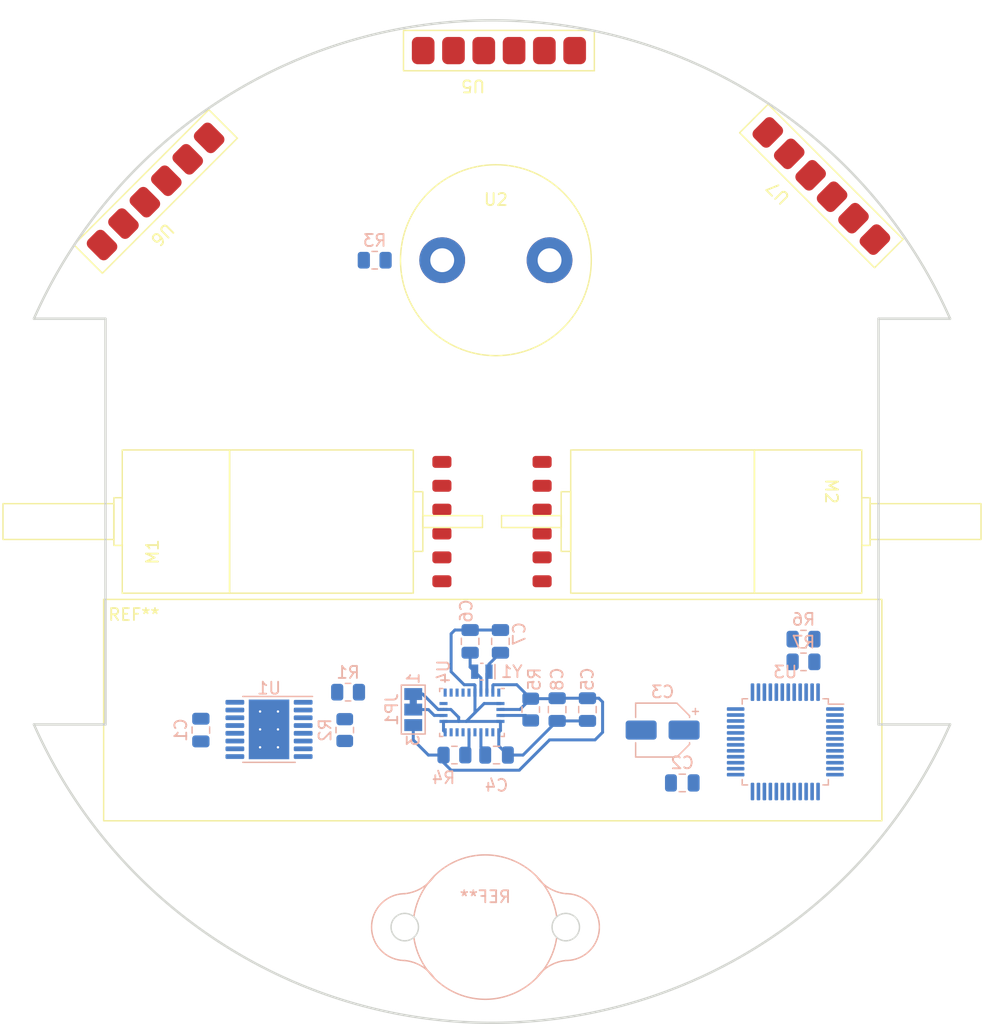
<source format=kicad_pcb>
(kicad_pcb (version 20221018) (generator pcbnew)
  (layers (0 "F.Cu" signal) (31 "B.Cu" signal) (34 "B.Paste" user) (35 "F.Paste" user) (36 "B.SilkS" user "B.Silkscreen") (37 "F.SilkS" user "F.Silkscreen") (38 "B.Mask" user) (39 "F.Mask" user) (44 "Edge.Cuts" user))
  (net 0 "")
  (net 1 "GND")
  (net 2 "M1_B")
  (net 3 "+5V")
  (net 4 "M1_A")
  (net 5 "Net-(M1-M2)")
  (net 6 "Net-(M1-M1)")
  (net 7 "M2_B")
  (net 8 "M2_A")
  (net 9 "Net-(M2-M2)")
  (net 10 "Net-(M2-M1)")
  (net 12 "Net-(U1-AISEN)")
  (net 13 "Net-(U1-BISEN)")
  (net 15 "Net-(U1-BIN1)")
  (net 16 "Net-(U1-BIN2)")
  (net 17 "Net-(U1-VCP)")
  (net 18 "Net-(U1-AIN2)")
  (net 19 "Net-(U1-AIN1)")
  (net 20 "Net-(U2-SIG)")
  (net 21 "Net-(JP1-C)")
  (net 22 "+3.3V")
  (net 25 "BNO_INT")
  (net 28 "VL_EN1")
  (net 29 "VL_EN2")
  (net 30 "VL_EN3")
  (net 54 "SDA")
  (net 55 "SCL")
  (net 56 "Net-(U3-PA4)")
  (net 58 "Net-(U4-~{BOOT_LOAD_PIN})")
  (net 61 "Net-(U4-CAP)")
  (net 63 "Net-(U4-~{RESET})")
  (net 70 "Net-(U4-XOUT32)")
  (net 71 "Net-(U4-XIN32)")
  (footprint "pololu:ULTRASOUND_T_R" (layer "F.Cu") (at 60.325 38.1)
    (fp_text reference "U2" (at 0 -5.08 unlocked) (layer "F.SilkS"))
    (fp_text value "ULTRASOUND_T_R")
    (fp_circle (center 0 0) (end 8 0) (stroke (width 0.12)) (fill none) (layer "F.SilkS"))
    (pad "1" thru_hole circle (at 4.5 0) (size 3.84 3.84) (drill 2) (layers "*.Cu" "*.Mask") (net 1 "GND"))
    (pad "2" thru_hole circle (at -4.5 0) (size 3.84 3.84) (drill 2) (layers "*.Cu" "*.Mask") (net 20 "Net-(U2-SIG)"))
  )
  (footprint "pololu:VL53L0X" (layer "F.Cu") (at 68.58 22.225 180)
    (fp_text reference "U5" (at 10.16 -1.27 180 unlocked) (layer "F.SilkS"))
    (fp_text value "~")
    (fp_rect (start 0 0) (end 16 3.38) (stroke (width 0.12)) (fill none) (layer "F.SilkS"))
    (pad "1" smd roundrect (at 1.65 1.69 270) (size 2.286 1.9) (layers "F.Cu" "F.Paste" "F.Mask") (net 22 "+3.3V"))
    (pad "2" smd roundrect (at 4.19 1.69 270) (size 2.286 1.9) (layers "F.Cu" "F.Paste" "F.Mask") (net 1 "GND"))
    (pad "3" smd roundrect (at 6.73 1.69 270) (size 2.286 1.9) (layers "F.Cu" "F.Paste" "F.Mask") (net 55 "SCL"))
    (pad "4" smd roundrect (at 9.27 1.69 270) (size 2.286 1.9) (layers "F.Cu" "F.Paste" "F.Mask") (net 54 "SDA"))
    (pad "5" smd roundrect (at 11.81 1.69 270) (size 2.286 1.9) (layers "F.Cu" "F.Paste" "F.Mask"))
    (pad "6" smd roundrect (at 14.35 1.69 270) (size 2.286 1.9) (layers "F.Cu" "F.Paste" "F.Mask") (net 28 "VL_EN1"))
  )
  (footprint "pololu:N20_EXTENDED_SHAFT" (layer "F.Cu") (at 19 60 90)
    (fp_text reference "M1" (at -2.54 12.54 90 unlocked) (layer "F.SilkS"))
    (fp_text value "N20_MOTOR_EXTENDED_SHAFT")
    (fp_rect (start -6 10) (end 6 19) (stroke (width 0.12)) (fill none) (layer "F.SilkS"))
    (fp_rect (start -6 19) (end 6 34.4) (stroke (width 0.12)) (fill none) (layer "F.SilkS"))
    (fp_rect (start -2.5 34.4) (end 2.5 35.2) (stroke (width 0.12)) (fill none) (layer "F.SilkS"))
    (fp_rect (start -2 10) (end 2 9.3) (stroke (width 0.12)) (fill none) (layer "F.SilkS"))
    (fp_rect (start -1.5 9.3) (end 1.5 0) (stroke (width 0.12)) (fill none) (layer "F.SilkS"))
    (fp_rect (start -0.5 35.2) (end 0.5 40.2) (stroke (width 0.12)) (fill none) (layer "F.SilkS"))
    (pad "1" smd roundrect (at -5 36.8 90) (size 1 1.6) (layers "F.Cu" "F.Paste" "F.Mask") (net 1 "GND"))
    (pad "2" smd roundrect (at -3 36.8 90) (size 1 1.6) (layers "F.Cu" "F.Paste" "F.Mask") (net 2 "M1_B"))
    (pad "3" smd roundrect (at -1 36.8 90) (size 1 1.6) (layers "F.Cu" "F.Paste" "F.Mask") (net 4 "M1_A"))
    (pad "4" smd roundrect (at 1 36.8 90) (size 1 1.6) (layers "F.Cu" "F.Paste" "F.Mask") (net 22 "+3.3V"))
    (pad "5" smd roundrect (at 3 36.8 90) (size 1 1.6) (layers "F.Cu" "F.Paste" "F.Mask") (net 5 "Net-(M1-M2)"))
    (pad "6" smd roundrect (at 5 36.8 90) (size 1 1.6) (layers "F.Cu" "F.Paste" "F.Mask") (net 6 "Net-(M1-M1)"))
  )
  (footprint "pololu:SAMSUNG_18650" (layer "F.Cu") (at 27.439679 66.522647)
    (fp_text reference "REF**" (at 2.54 1.27 unlocked) (layer "F.SilkS"))
    (fp_text value "SAMSUNG_18650")
    (fp_rect (start 0 0) (end 65.25 18.55) (stroke (width 0.12)) (fill none) (layer "F.SilkS"))
  )
  (footprint "pololu:VL53L0X" (layer "F.Cu") (at 92.075 38.735 135)
    (fp_text reference "U7" (at 10.16 -1.27 135 unlocked) (layer "F.SilkS"))
    (fp_text value "~")
    (fp_rect (start 0 0) (end 16 3.38) (stroke (width 0.12)) (fill none) (layer "F.SilkS"))
    (pad "1" smd roundrect (at 1.65 1.69 225) (size 2.286 1.9) (layers "F.Cu" "F.Paste" "F.Mask") (net 22 "+3.3V"))
    (pad "2" smd roundrect (at 4.19 1.69 225) (size 2.286 1.9) (layers "F.Cu" "F.Paste" "F.Mask") (net 1 "GND"))
    (pad "3" smd roundrect (at 6.73 1.69 225) (size 2.286 1.9) (layers "F.Cu" "F.Paste" "F.Mask") (net 55 "SCL"))
    (pad "4" smd roundrect (at 9.27 1.69 225) (size 2.286 1.9) (layers "F.Cu" "F.Paste" "F.Mask") (net 54 "SDA"))
    (pad "5" smd roundrect (at 11.81 1.69 225) (size 2.286 1.9) (layers "F.Cu" "F.Paste" "F.Mask"))
    (pad "6" smd roundrect (at 14.35 1.69 225) (size 2.286 1.9) (layers "F.Cu" "F.Paste" "F.Mask") (net 30 "VL_EN3"))
  )
  (footprint "pololu:N20_EXTENDED_SHAFT" (layer "F.Cu") (at 101 60 -90)
    (fp_text reference "M2" (at -2.54 12.54 -90 unlocked) (layer "F.SilkS"))
    (fp_text value "N20_MOTOR_EXTENDED_SHAFT")
    (fp_rect (start -6 10) (end 6 19) (stroke (width 0.12)) (fill none) (layer "F.SilkS"))
    (fp_rect (start -6 19) (end 6 34.4) (stroke (width 0.12)) (fill none) (layer "F.SilkS"))
    (fp_rect (start -2.5 34.4) (end 2.5 35.2) (stroke (width 0.12)) (fill none) (layer "F.SilkS"))
    (fp_rect (start -2 10) (end 2 9.3) (stroke (width 0.12)) (fill none) (layer "F.SilkS"))
    (fp_rect (start -1.5 9.3) (end 1.5 0) (stroke (width 0.12)) (fill none) (layer "F.SilkS"))
    (fp_rect (start -0.5 35.2) (end 0.5 40.2) (stroke (width 0.12)) (fill none) (layer "F.SilkS"))
    (pad "1" smd roundrect (at -5 36.8 270) (size 1 1.6) (layers "F.Cu" "F.Paste" "F.Mask") (net 1 "GND"))
    (pad "2" smd roundrect (at -3 36.8 270) (size 1 1.6) (layers "F.Cu" "F.Paste" "F.Mask") (net 7 "M2_B"))
    (pad "3" smd roundrect (at -1 36.8 270) (size 1 1.6) (layers "F.Cu" "F.Paste" "F.Mask") (net 8 "M2_A"))
    (pad "4" smd roundrect (at 1 36.8 270) (size 1 1.6) (layers "F.Cu" "F.Paste" "F.Mask") (net 22 "+3.3V"))
    (pad "5" smd roundrect (at 3 36.8 270) (size 1 1.6) (layers "F.Cu" "F.Paste" "F.Mask") (net 9 "Net-(M2-M2)"))
    (pad "6" smd roundrect (at 5 36.8 270) (size 1 1.6) (layers "F.Cu" "F.Paste" "F.Mask") (net 10 "Net-(M2-M1)"))
  )
  (footprint "pololu:VL53L0X" (layer "F.Cu") (at 38.646993 27.878028 -135)
    (fp_text reference "U6" (at 10.16 -1.27 -135 unlocked) (layer "F.SilkS"))
    (fp_text value "~")
    (fp_rect (start 0 0) (end 16 3.38) (stroke (width 0.12)) (fill none) (layer "F.SilkS"))
    (pad "1" smd roundrect (at 1.65 1.69 315) (size 2.286 1.9) (layers "F.Cu" "F.Paste" "F.Mask") (net 22 "+3.3V"))
    (pad "2" smd roundrect (at 4.19 1.69 315) (size 2.286 1.9) (layers "F.Cu" "F.Paste" "F.Mask") (net 1 "GND"))
    (pad "3" smd roundrect (at 6.73 1.69 315) (size 2.286 1.9) (layers "F.Cu" "F.Paste" "F.Mask") (net 55 "SCL"))
    (pad "4" smd roundrect (at 9.27 1.69 315) (size 2.286 1.9) (layers "F.Cu" "F.Paste" "F.Mask") (net 54 "SDA"))
    (pad "5" smd roundrect (at 11.81 1.69 315) (size 2.286 1.9) (layers "F.Cu" "F.Paste" "F.Mask"))
    (pad "6" smd roundrect (at 14.35 1.69 315) (size 2.286 1.9) (layers "F.Cu" "F.Paste" "F.Mask") (net 29 "VL_EN2"))
  )
  (footprint "Capacitor_SMD:C_0805_2012Metric" (layer "B.Cu") (at 60.706 70.038 90)
    (fp_text reference "C7" (at 0.635 1.580154 90) (layer "B.SilkS") (effects (justify mirror)))
    (fp_text value "22pF")
    (fp_line (start -0.261252 -0.735) (end 0.261252 -0.735) (stroke (width 0.12)) (layer "B.SilkS"))
    (fp_line (start -0.261252 0.735) (end 0.261252 0.735) (stroke (width 0.12)) (layer "B.SilkS"))
    (pad "1" smd roundrect (at -0.95 0 90) (size 1 1.45) (layers "B.Cu" "B.Paste" "B.Mask") (net 71 "Net-(U4-XIN32)"))
    (pad "2" smd roundrect (at 0.95 0 90) (size 1 1.45) (layers "B.Cu" "B.Paste" "B.Mask") (net 1 "GND"))
  )
  (footprint "Jumper:SolderJumper-3_P1.3mm_Bridged12_Pad1.0x1.5mm_NumberLabels" (layer "B.Cu") (at 53.396154 75.753 -90)
    (fp_text reference "JP1" (at 0 1.8 90) (layer "B.SilkS") (effects (justify mirror)))
    (fp_text value "I2C_ADDR_SEL")
    (fp_text user "1" (at -2.6 0 90) (layer "B.SilkS") (effects (justify mirror)))
    (fp_text user "3" (at 2.6 0 90) (layer "B.SilkS") (effects (justify mirror)))
    (fp_poly (pts (xy -0.9 0.3) (xy -0.4 0.3) (xy -0.4 -0.3) (xy -0.9 -0.3)) (fill solid) (layer "B.Cu"))
    (fp_line (start -2.05 -1) (end -2.05 1) (stroke (width 0.12)) (layer "B.SilkS"))
    (fp_line (start -2.05 1) (end 2.05 1) (stroke (width 0.12)) (layer "B.SilkS"))
    (fp_line (start 2.05 -1) (end -2.05 -1) (stroke (width 0.12)) (layer "B.SilkS"))
    (fp_line (start 2.05 1) (end 2.05 -1) (stroke (width 0.12)) (layer "B.SilkS"))
    (pad "1" smd rect (at -1.3 0 270) (size 1 1.5) (layers "B.Cu" "B.Mask") (net 1 "GND"))
    (pad "2" smd rect (at 0 0 270) (size 1 1.5) (layers "B.Cu" "B.Mask") (net 21 "Net-(JP1-C)"))
    (pad "3" smd rect (at 1.3 0 270) (size 1 1.5) (layers "B.Cu" "B.Mask") (net 22 "+3.3V"))
  )
  (footprint "Resistor_SMD:R_0805_2012Metric" (layer "B.Cu") (at 56.848654 79.563 180)
    (fp_text reference "R4" (at 0.9125 -1.905) (layer "B.SilkS") (effects (justify mirror)))
    (fp_text value "10K")
    (fp_line (start -0.227064 -0.735) (end 0.227064 -0.735) (stroke (width 0.12)) (layer "B.SilkS"))
    (fp_line (start -0.227064 0.735) (end 0.227064 0.735) (stroke (width 0.12)) (layer "B.SilkS"))
    (pad "1" smd roundrect (at -0.9125 0 180) (size 1.025 1.4) (layers "B.Cu" "B.Paste" "B.Mask") (roundrect_rratio 0.243902) (net 63 "Net-(U4-~{RESET})"))
    (pad "2" smd roundrect (at 0.9125 0 180) (size 1.025 1.4) (layers "B.Cu" "B.Paste" "B.Mask") (roundrect_rratio 0.243902) (net 22 "+3.3V"))
  )
  (footprint "Resistor_SMD:R_0805_2012Metric" (layer "B.Cu") (at 47.655 77.47 -90)
    (fp_text reference "R2" (at 0 1.65 90) (layer "B.SilkS") (effects (justify mirror)))
    (fp_text value "0.2R")
    (fp_line (start -0.227064 -0.735) (end 0.227064 -0.735) (stroke (width 0.12)) (layer "B.SilkS"))
    (fp_line (start -0.227064 0.735) (end 0.227064 0.735) (stroke (width 0.12)) (layer "B.SilkS"))
    (pad "1" smd roundrect (at -0.9125 0 270) (size 1.025 1.4) (layers "B.Cu" "B.Paste" "B.Mask") (roundrect_rratio 0.243902) (net 1 "GND"))
    (pad "2" smd roundrect (at 0.9125 0 270) (size 1.025 1.4) (layers "B.Cu" "B.Paste" "B.Mask") (roundrect_rratio 0.243902) (net 13 "Net-(U1-BISEN)"))
  )
  (footprint "Package_LGA:LGA-28_5.2x3.8mm_P0.5mm" (layer "B.Cu") (at 58.321 75.9955 180)
    (fp_text reference "U4" (at 2.384846 3.4175 90) (layer "B.SilkS") (effects (justify mirror)))
    (fp_text value "BNO055")
    (fp_line (start -2.71 -2.01) (end -2.71 -1.75) (stroke (width 0.12)) (layer "B.SilkS"))
    (fp_line (start -2.71 -2.01) (end -2.45 -2.01) (stroke (width 0.12)) (layer "B.SilkS"))
    (fp_line (start -2.71 2.01) (end -2.45 2.01) (stroke (width 0.12)) (layer "B.SilkS"))
    (fp_line (start 2.71 -2.01) (end 2.45 -2.01) (stroke (width 0.12)) (layer "B.SilkS"))
    (fp_line (start 2.71 -2.01) (end 2.71 -1.75) (stroke (width 0.12)) (layer "B.SilkS"))
    (fp_line (start 2.71 2.01) (end 2.45 2.01) (stroke (width 0.12)) (layer "B.SilkS"))
    (fp_line (start 2.71 2.01) (end 2.71 1.75) (stroke (width 0.12)) (layer "B.SilkS"))
    (pad "1" smd rect (at -2.25 1.6625 180) (size 0.254 0.675) (layers "B.Cu" "B.Paste" "B.Mask"))
    (pad "2" smd rect (at -2.3875 0.75 90) (size 0.254 0.675) (layers "B.Cu" "B.Paste" "B.Mask") (net 1 "GND"))
    (pad "3" smd rect (at -2.3875 0.25 90) (size 0.254 0.675) (layers "B.Cu" "B.Paste" "B.Mask") (net 22 "+3.3V"))
    (pad "4" smd rect (at -2.3875 -0.25 90) (size 0.254 0.675) (layers "B.Cu" "B.Paste" "B.Mask") (net 58 "Net-(U4-~{BOOT_LOAD_PIN})"))
    (pad "5" smd rect (at -2.3875 -0.75 90) (size 0.254 0.675) (layers "B.Cu" "B.Paste" "B.Mask") (net 1 "GND"))
    (pad "6" smd rect (at -2.25 -1.6625 180) (size 0.254 0.675) (layers "B.Cu" "B.Paste" "B.Mask") (net 1 "GND"))
    (pad "7" smd rect (at -1.75 -1.6625 180) (size 0.254 0.675) (layers "B.Cu" "B.Paste" "B.Mask"))
    (pad "8" smd rect (at -1.25 -1.6625 180) (size 0.254 0.675) (layers "B.Cu" "B.Paste" "B.Mask"))
    (pad "9" smd rect (at -0.75 -1.6625 180) (size 0.254 0.675) (layers "B.Cu" "B.Paste" "B.Mask") (net 61 "Net-(U4-CAP)"))
    (pad "10" smd rect (at -0.25 -1.6625 180) (size 0.254 0.675) (layers "B.Cu" "B.Paste" "B.Mask"))
    (pad "11" smd rect (at 0.25 -1.6625 180) (size 0.254 0.675) (layers "B.Cu" "B.Paste" "B.Mask") (net 63 "Net-(U4-~{RESET})"))
    (pad "12" smd rect (at 0.75 -1.6625 180) (size 0.254 0.675) (layers "B.Cu" "B.Paste" "B.Mask"))
    (pad "13" smd rect (at 1.25 -1.6625 180) (size 0.254 0.675) (layers "B.Cu" "B.Paste" "B.Mask"))
    (pad "14" smd rect (at 1.75 -1.6625 180) (size 0.254 0.675) (layers "B.Cu" "B.Paste" "B.Mask") (net 25 "BNO_INT"))
    (pad "15" smd rect (at 2.25 -1.6625 180) (size 0.254 0.675) (layers "B.Cu" "B.Paste" "B.Mask") (net 1 "GND"))
    (pad "16" smd rect (at 2.3875 -0.75 90) (size 0.254 0.675) (layers "B.Cu" "B.Paste" "B.Mask") (net 1 "GND"))
    (pad "17" smd rect (at 2.3875 -0.25 90) (size 0.254 0.675) (layers "B.Cu" "B.Paste" "B.Mask") (net 21 "Net-(JP1-C)"))
    (pad "18" smd rect (at 2.3875 0.25 90) (size 0.254 0.675) (layers "B.Cu" "B.Paste" "B.Mask") (net 1 "GND"))
    (pad "19" smd rect (at 2.3875 0.75 90) (size 0.254 0.675) (layers "B.Cu" "B.Paste" "B.Mask") (net 55 "SCL"))
    (pad "20" smd rect (at 2.25 1.6625 180) (size 0.254 0.675) (layers "B.Cu" "B.Paste" "B.Mask") (net 54 "SDA"))
    (pad "21" smd rect (at 1.75 1.6625 180) (size 0.254 0.675) (layers "B.Cu" "B.Paste" "B.Mask"))
    (pad "22" smd rect (at 1.25 1.6625 180) (size 0.254 0.675) (layers "B.Cu" "B.Paste" "B.Mask"))
    (pad "23" smd rect (at 0.75 1.6625 180) (size 0.254 0.675) (layers "B.Cu" "B.Paste" "B.Mask"))
    (pad "24" smd rect (at 0.25 1.6625 180) (size 0.254 0.675) (layers "B.Cu" "B.Paste" "B.Mask"))
    (pad "25" smd rect (at -0.25 1.6625 180) (size 0.254 0.675) (layers "B.Cu" "B.Paste" "B.Mask") (net 1 "GND"))
    (pad "26" smd rect (at -0.75 1.6625 180) (size 0.254 0.675) (layers "B.Cu" "B.Paste" "B.Mask") (net 70 "Net-(U4-XOUT32)"))
    (pad "27" smd rect (at -1.25 1.6625 180) (size 0.254 0.675) (layers "B.Cu" "B.Paste" "B.Mask") (net 71 "Net-(U4-XIN32)"))
    (pad "28" smd rect (at -1.75 1.6625 180) (size 0.254 0.675) (layers "B.Cu" "B.Paste" "B.Mask") (net 22 "+3.3V"))
  )
  (footprint "Capacitor_SMD:CP_Elec_4x3" (layer "B.Cu") (at 74.303094 77.47 180)
    (fp_text reference "C3" (at 0 3.2) (layer "B.SilkS") (effects (justify mirror)))
    (fp_text value "10uF")
    (fp_line (start -3 1.56) (end -2.5 1.56) (stroke (width 0.12)) (layer "B.SilkS"))
    (fp_line (start -2.75 1.81) (end -2.75 1.31) (stroke (width 0.12)) (layer "B.SilkS"))
    (fp_line (start -2.26 -1.195563) (end -2.26 -1.06) (stroke (width 0.12)) (layer "B.SilkS"))
    (fp_line (start -2.26 -1.195563) (end -1.195563 -2.26) (stroke (width 0.12)) (layer "B.SilkS"))
    (fp_line (start -2.26 1.195563) (end -2.26 1.06) (stroke (width 0.12)) (layer "B.SilkS"))
    (fp_line (start -2.26 1.195563) (end -1.195563 2.26) (stroke (width 0.12)) (layer "B.SilkS"))
    (fp_line (start -1.195563 -2.26) (end 2.26 -2.26) (stroke (width 0.12)) (layer "B.SilkS"))
    (fp_line (start -1.195563 2.26) (end 2.26 2.26) (stroke (width 0.12)) (layer "B.SilkS"))
    (fp_line (start 2.26 -2.26) (end 2.26 -1.06) (stroke (width 0.12)) (layer "B.SilkS"))
    (fp_line (start 2.26 2.26) (end 2.26 1.06) (stroke (width 0.12)) (layer "B.SilkS"))
    (pad "1" smd roundrect (at -1.8 0 180) (size 2.6 1.6) (layers "B.Cu" "B.Paste" "B.Mask") (roundrect_rratio 0.15625) (net 22 "+3.3V"))
    (pad "2" smd roundrect (at 1.8 0 180) (size 2.6 1.6) (layers "B.Cu" "B.Paste" "B.Mask") (roundrect_rratio 0.15625) (net 1 "GND"))
  )
  (footprint "Capacitor_SMD:C_0805_2012Metric" (layer "B.Cu") (at 35.59 77.47 -90)
    (fp_text reference "C1" (at 0 1.68 90) (layer "B.SilkS") (effects (justify mirror)))
    (fp_text value "10nF")
    (fp_line (start -0.261252 -0.735) (end 0.261252 -0.735) (stroke (width 0.12)) (layer "B.SilkS"))
    (fp_line (start -0.261252 0.735) (end 0.261252 0.735) (stroke (width 0.12)) (layer "B.SilkS"))
    (pad "1" smd roundrect (at -0.95 0 270) (size 1 1.45) (layers "B.Cu" "B.Paste" "B.Mask") (net 3 "+5V"))
    (pad "2" smd roundrect (at 0.95 0 270) (size 1 1.45) (layers "B.Cu" "B.Paste" "B.Mask") (net 17 "Net-(U1-VCP)"))
  )
  (footprint "Capacitor_SMD:C_0805_2012Metric" (layer "B.Cu") (at 58.166 70.038 90)
    (fp_text reference "C6" (at 2.54 -0.324846 90) (layer "B.SilkS") (effects (justify mirror)))
    (fp_text value "22pF")
    (fp_line (start -0.261252 -0.735) (end 0.261252 -0.735) (stroke (width 0.12)) (layer "B.SilkS"))
    (fp_line (start -0.261252 0.735) (end 0.261252 0.735) (stroke (width 0.12)) (layer "B.SilkS"))
    (pad "1" smd roundrect (at -0.95 0 90) (size 1 1.45) (layers "B.Cu" "B.Paste" "B.Mask") (net 70 "Net-(U4-XOUT32)"))
    (pad "2" smd roundrect (at 0.95 0 90) (size 1 1.45) (layers "B.Cu" "B.Paste" "B.Mask") (net 1 "GND"))
  )
  (footprint "Resistor_SMD:R_0805_2012Metric" (layer "B.Cu") (at 47.9325 74.295 180)
    (fp_text reference "R1" (at 0 1.65) (layer "B.SilkS") (effects (justify mirror)))
    (fp_text value "0.2R")
    (fp_line (start -0.227064 -0.735) (end 0.227064 -0.735) (stroke (width 0.12)) (layer "B.SilkS"))
    (fp_line (start -0.227064 0.735) (end 0.227064 0.735) (stroke (width 0.12)) (layer "B.SilkS"))
    (pad "1" smd roundrect (at -0.9125 0 180) (size 1.025 1.4) (layers "B.Cu" "B.Paste" "B.Mask") (roundrect_rratio 0.243902) (net 1 "GND"))
    (pad "2" smd roundrect (at 0.9125 0 180) (size 1.025 1.4) (layers "B.Cu" "B.Paste" "B.Mask") (roundrect_rratio 0.243902) (net 12 "Net-(U1-AISEN)"))
  )
  (footprint "pololu:BALL_CASTER_3_8" (layer "B.Cu") (at 59.436 93.98 180)
    (fp_text reference "REF**" (at 0 2.54 unlocked) (layer "B.SilkS") (effects (justify mirror)))
    (fp_text value "BALL_CASTER_3_8")
    (fp_arc (start -6.75 2.8) (mid -9.550001 0) (end -6.75 -2.8) (stroke (width 0.12)) (layer "B.SilkS"))
    (fp_arc (start -6.75 2.8) (mid -5.350167 3.264983) (end -4.277997 4.277996) (stroke (width 0.12)) (layer "B.SilkS"))
    (fp_arc (start -5.988332 -0.861605) (mid 0 -6.049999) (end 5.988332 -0.861605) (stroke (width 0.12)) (layer "B.SilkS"))
    (fp_arc (start -4.277996 -4.277996) (mid -5.350166 -3.264983) (end -6.75 -2.8) (stroke (width 0.12)) (layer "B.SilkS"))
    (fp_arc (start 4.277996 4.277996) (mid 5.350166 3.264983) (end 6.75 2.8) (stroke (width 0.12)) (layer "B.SilkS"))
    (fp_arc (start 5.988332 0.861605) (mid 0 6.049999) (end -5.988332 0.861605) (stroke (width 0.12)) (layer "B.SilkS"))
    (fp_arc (start 6.75 -2.8) (mid 5.350172 -3.264989) (end 4.277997 -4.277996) (stroke (width 0.12)) (layer "B.SilkS"))
    (fp_arc (start 6.75 -2.8) (mid 9.55 0) (end 6.75 2.8) (stroke (width 0.12)) (layer "B.SilkS"))
    (fp_circle (center -6.75 0) (end -5.6 0) (stroke (width 0.12)) (fill none) (layer "Edge.Cuts"))
    (fp_circle (center 6.75 0) (end 7.9 0) (stroke (width 0.12)) (fill none) (layer "Edge.Cuts"))
  )
  (footprint "Capacitor_SMD:C_0805_2012Metric" (layer "B.Cu") (at 75.953094 81.9 180)
    (fp_text reference "C2" (at 0 1.68) (layer "B.SilkS") (effects (justify mirror)))
    (fp_text value "100nF")
    (fp_line (start -0.261252 -0.735) (end 0.261252 -0.735) (stroke (width 0.12)) (layer "B.SilkS"))
    (fp_line (start -0.261252 0.735) (end 0.261252 0.735) (stroke (width 0.12)) (layer "B.SilkS"))
    (pad "1" smd roundrect (at -0.95 0 180) (size 1 1.45) (layers "B.Cu" "B.Paste" "B.Mask") (net 22 "+3.3V"))
    (pad "2" smd roundrect (at 0.95 0 180) (size 1 1.45) (layers "B.Cu" "B.Paste" "B.Mask") (net 1 "GND"))
  )
  (footprint "Package_SO:HTSSOP-16-1EP_4.4x5mm_P0.65mm_EP3.4x5mm_Mask2.46x2.31mm_ThermalVias" (layer "B.Cu") (at 41.305 77.415 180)
    (fp_text reference "U1" (at 0 3.45) (layer "B.SilkS") (effects (justify mirror)))
    (fp_text value "DRV8833PWP")
    (fp_line (start 0 -2.76) (end -2.2 -2.76) (stroke (width 0.12)) (layer "B.SilkS"))
    (fp_line (start 0 -2.76) (end 2.2 -2.76) (stroke (width 0.12)) (layer "B.SilkS"))
    (fp_line (start 0 2.76) (end -3.65 2.76) (stroke (width 0.12)) (layer "B.SilkS"))
    (fp_line (start 0 2.76) (end 2.2 2.76) (stroke (width 0.12)) (layer "B.SilkS"))
    (pad "1" smd roundrect (at -2.8625 2.275 180) (size 1.575 0.4) (layers "B.Cu" "B.Paste" "B.Mask"))
    (pad "2" smd roundrect (at -2.8625 1.625 180) (size 1.575 0.4) (layers "B.Cu" "B.Paste" "B.Mask") (net 6 "Net-(M1-M1)"))
    (pad "3" smd roundrect (at -2.8625 0.975 180) (size 1.575 0.4) (layers "B.Cu" "B.Paste" "B.Mask") (net 12 "Net-(U1-AISEN)"))
    (pad "4" smd roundrect (at -2.8625 0.325 180) (size 1.575 0.4) (layers "B.Cu" "B.Paste" "B.Mask") (net 5 "Net-(M1-M2)"))
    (pad "5" smd roundrect (at -2.8625 -0.325 180) (size 1.575 0.4) (layers "B.Cu" "B.Paste" "B.Mask") (net 9 "Net-(M2-M2)"))
    (pad "6" smd roundrect (at -2.8625 -0.975 180) (size 1.575 0.4) (layers "B.Cu" "B.Paste" "B.Mask") (net 13 "Net-(U1-BISEN)"))
    (pad "7" smd roundrect (at -2.8625 -1.625 180) (size 1.575 0.4) (layers "B.Cu" "B.Paste" "B.Mask") (net 10 "Net-(M2-M1)"))
    (pad "8" smd roundrect (at -2.8625 -2.275 180) (size 1.575 0.4) (layers "B.Cu" "B.Paste" "B.Mask"))
    (pad "9" smd roundrect (at 2.8625 -2.275 180) (size 1.575 0.4) (layers "B.Cu" "B.Paste" "B.Mask") (net 15 "Net-(U1-BIN1)"))
    (pad "10" smd roundrect (at 2.8625 -1.625 180) (size 1.575 0.4) (layers "B.Cu" "B.Paste" "B.Mask") (net 16 "Net-(U1-BIN2)"))
    (pad "11" smd roundrect (at 2.8625 -0.975 180) (size 1.575 0.4) (layers "B.Cu" "B.Paste" "B.Mask") (net 17 "Net-(U1-VCP)"))
    (pad "12" smd roundrect (at 2.8625 -0.325 180) (size 1.575 0.4) (layers "B.Cu" "B.Paste" "B.Mask") (net 3 "+5V"))
    (pad "13" smd roundrect (at 2.8625 0.325 180) (size 1.575 0.4) (layers "B.Cu" "B.Paste" "B.Mask") (net 1 "GND"))
    (pad "14" smd roundrect (at 2.8625 0.975 180) (size 1.575 0.4) (layers "B.Cu" "B.Paste" "B.Mask") (net 22 "+3.3V"))
    (pad "15" smd roundrect (at 2.8625 1.625 180) (size 1.575 0.4) (layers "B.Cu" "B.Paste" "B.Mask") (net 18 "Net-(U1-AIN2)"))
    (pad "16" smd roundrect (at 2.8625 2.275 180) (size 1.575 0.4) (layers "B.Cu" "B.Paste" "B.Mask") (net 19 "Net-(U1-AIN1)"))
    (pad "17" thru_hole circle (at -0.75 -1.5 180) (size 0.5 0.5) (drill 0.2) (layers "*.Cu") (net 1 "GND"))
    (pad "17" thru_hole circle (at -0.75 0 180) (size 0.5 0.5) (drill 0.2) (layers "*.Cu") (net 1 "GND"))
    (pad "17" thru_hole circle (at -0.75 1.5 180) (size 0.5 0.5) (drill 0.2) (layers "*.Cu") (net 1 "GND"))
    (pad "17" smd rect (at 0 0 180) (size 2 3.5) (layers "F.Cu") (net 1 "GND"))
    (pad "17" smd rect (at 0 0 180) (size 3.4 5) (layers "B.Cu") (net 1 "GND"))
    (pad "17" thru_hole circle (at 0.75 -1.5 180) (size 0.5 0.5) (drill 0.2) (layers "*.Cu") (net 1 "GND"))
    (pad "17" thru_hole circle (at 0.75 0 180) (size 0.5 0.5) (drill 0.2) (layers "*.Cu") (net 1 "GND"))
    (pad "17" thru_hole circle (at 0.75 1.5 180) (size 0.5 0.5) (drill 0.2) (layers "*.Cu") (net 1 "GND"))
  )
  (footprint "Package_QFP:TQFP-48_7x7mm_P0.5mm" (layer "B.Cu") (at 84.588094 78.4575 180)
    (fp_text reference "U3" (at 0 5.85) (layer "B.SilkS") (effects (justify mirror)))
    (fp_text value "ATmega4809-A")
    (fp_line (start -3.61 -3.61) (end -3.61 -3.16) (stroke (width 0.12)) (layer "B.SilkS"))
    (fp_line (start -3.61 3.16) (end -4.9 3.16) (stroke (width 0.12)) (layer "B.SilkS"))
    (fp_line (start -3.61 3.61) (end -3.61 3.16) (stroke (width 0.12)) (layer "B.SilkS"))
    (fp_line (start -3.16 -3.61) (end -3.61 -3.61) (stroke (width 0.12)) (layer "B.SilkS"))
    (fp_line (start -3.16 3.61) (end -3.61 3.61) (stroke (width 0.12)) (layer "B.SilkS"))
    (fp_line (start 3.16 -3.61) (end 3.61 -3.61) (stroke (width 0.12)) (layer "B.SilkS"))
    (fp_line (start 3.16 3.61) (end 3.61 3.61) (stroke (width 0.12)) (layer "B.SilkS"))
    (fp_line (start 3.61 -3.61) (end 3.61 -3.16) (stroke (width 0.12)) (layer "B.SilkS"))
    (fp_line (start 3.61 3.61) (end 3.61 3.16) (stroke (width 0.12)) (layer "B.SilkS"))
    (pad "1" smd roundrect (at -4.1625 2.75 180) (size 1.475 0.3) (layers "B.Cu" "B.Paste" "B.Mask"))
    (pad "2" smd roundrect (at -4.1625 2.25 180) (size 1.475 0.3) (layers "B.Cu" "B.Paste" "B.Mask"))
    (pad "3" smd roundrect (at -4.1625 1.75 180) (size 1.475 0.3) (layers "B.Cu" "B.Paste" "B.Mask") (net 25 "BNO_INT"))
    (pad "4" smd roundrect (at -4.1625 1.25 180) (size 1.475 0.3) (layers "B.Cu" "B.Paste" "B.Mask") (net 4 "M1_A"))
    (pad "5" smd roundrect (at -4.1625 0.75 180) (size 1.475 0.3) (layers "B.Cu" "B.Paste" "B.Mask") (net 2 "M1_B"))
    (pad "6" smd roundrect (at -4.1625 0.25 180) (size 1.475 0.3) (layers "B.Cu" "B.Paste" "B.Mask") (net 8 "M2_A"))
    (pad "7" smd roundrect (at -4.1625 -0.25 180) (size 1.475 0.3) (layers "B.Cu" "B.Paste" "B.Mask") (net 7 "M2_B"))
    (pad "8" smd roundrect (at -4.1625 -0.75 180) (size 1.475 0.3) (layers "B.Cu" "B.Paste" "B.Mask"))
    (pad "9" smd roundrect (at -4.1625 -1.25 180) (size 1.475 0.3) (layers "B.Cu" "B.Paste" "B.Mask"))
    (pad "10" smd roundrect (at -4.1625 -1.75 180) (size 1.475 0.3) (layers "B.Cu" "B.Paste" "B.Mask") (net 28 "VL_EN1"))
    (pad "11" smd roundrect (at -4.1625 -2.25 180) (size 1.475 0.3) (layers "B.Cu" "B.Paste" "B.Mask") (net 29 "VL_EN2"))
    (pad "12" smd roundrect (at -4.1625 -2.75 180) (size 1.475 0.3) (layers "B.Cu" "B.Paste" "B.Mask") (net 30 "VL_EN3"))
    (pad "13" smd roundrect (at -2.75 -4.1625 180) (size 0.3 1.475) (layers "B.Cu" "B.Paste" "B.Mask"))
    (pad "14" smd roundrect (at -2.25 -4.1625 180) (size 0.3 1.475) (layers "B.Cu" "B.Paste" "B.Mask") (net 22 "+3.3V"))
    (pad "15" smd roundrect (at -1.75 -4.1625 180) (size 0.3 1.475) (layers "B.Cu" "B.Paste" "B.Mask") (net 1 "GND"))
    (pad "16" smd roundrect (at -1.25 -4.1625 180) (size 0.3 1.475) (layers "B.Cu" "B.Paste" "B.Mask"))
    (pad "17" smd roundrect (at -0.75 -4.1625 180) (size 0.3 1.475) (layers "B.Cu" "B.Paste" "B.Mask"))
    (pad "18" smd roundrect (at -0.25 -4.1625 180) (size 0.3 1.475) (layers "B.Cu" "B.Paste" "B.Mask"))
    (pad "19" smd roundrect (at 0.25 -4.1625 180) (size 0.3 1.475) (layers "B.Cu" "B.Paste" "B.Mask"))
    (pad "20" smd roundrect (at 0.75 -4.1625 180) (size 0.3 1.475) (layers "B.Cu" "B.Paste" "B.Mask"))
    (pad "21" smd roundrect (at 1.25 -4.1625 180) (size 0.3 1.475) (layers "B.Cu" "B.Paste" "B.Mask"))
    (pad "22" smd roundrect (at 1.75 -4.1625 180) (size 0.3 1.475) (layers "B.Cu" "B.Paste" "B.Mask"))
    (pad "23" smd roundrect (at 2.25 -4.1625 180) (size 0.3 1.475) (layers "B.Cu" "B.Paste" "B.Mask"))
    (pad "24" smd roundrect (at 2.75 -4.1625 180) (size 0.3 1.475) (layers "B.Cu" "B.Paste" "B.Mask"))
    (pad "25" smd roundrect (at 4.1625 -2.75 180) (size 1.475 0.3) (layers "B.Cu" "B.Paste" "B.Mask"))
    (pad "26" smd roundrect (at 4.1625 -2.25 180) (size 1.475 0.3) (layers "B.Cu" "B.Paste" "B.Mask"))
    (pad "27" smd roundrect (at 4.1625 -1.75 180) (size 1.475 0.3) (layers "B.Cu" "B.Paste" "B.Mask"))
    (pad "28" smd roundrect (at 4.1625 -1.25 180) (size 1.475 0.3) (layers "B.Cu" "B.Paste" "B.Mask") (net 22 "+3.3V"))
    (pad "29" smd roundrect (at 4.1625 -0.75 180) (size 1.475 0.3) (layers "B.Cu" "B.Paste" "B.Mask") (net 1 "GND"))
    (pad "30" smd roundrect (at 4.1625 -0.25 180) (size 1.475 0.3) (layers "B.Cu" "B.Paste" "B.Mask"))
    (pad "31" smd roundrect (at 4.1625 0.25 180) (size 1.475 0.3) (layers "B.Cu" "B.Paste" "B.Mask"))
    (pad "32" smd roundrect (at 4.1625 0.75 180) (size 1.475 0.3) (layers "B.Cu" "B.Paste" "B.Mask"))
    (pad "33" smd roundrect (at 4.1625 1.25 180) (size 1.475 0.3) (layers "B.Cu" "B.Paste" "B.Mask"))
    (pad "34" smd roundrect (at 4.1625 1.75 180) (size 1.475 0.3) (layers "B.Cu" "B.Paste" "B.Mask") (net 16 "Net-(U1-BIN2)"))
    (pad "35" smd roundrect (at 4.1625 2.25 180) (size 1.475 0.3) (layers "B.Cu" "B.Paste" "B.Mask") (net 15 "Net-(U1-BIN1)"))
    (pad "36" smd roundrect (at 4.1625 2.75 180) (size 1.475 0.3) (layers "B.Cu" "B.Paste" "B.Mask") (net 18 "Net-(U1-AIN2)"))
    (pad "37" smd roundrect (at 2.75 4.1625 180) (size 0.3 1.475) (layers "B.Cu" "B.Paste" "B.Mask") (net 19 "Net-(U1-AIN1)"))
    (pad "38" smd roundrect (at 2.25 4.1625 180) (size 0.3 1.475) (layers "B.Cu" "B.Paste" "B.Mask"))
    (pad "39" smd roundrect (at 1.75 4.1625 180) (size 0.3 1.475) (layers "B.Cu" "B.Paste" "B.Mask"))
    (pad "40" smd roundrect (at 1.25 4.1625 180) (size 0.3 1.475) (layers "B.Cu" "B.Paste" "B.Mask"))
    (pad "41" smd roundrect (at 0.75 4.1625 180) (size 0.3 1.475) (layers "B.Cu" "B.Paste" "B.Mask"))
    (pad "42" smd roundrect (at 0.25 4.1625 180) (size 0.3 1.475) (layers "B.Cu" "B.Paste" "B.Mask") (net 22 "+3.3V"))
    (pad "43" smd roundrect (at -0.25 4.1625 180) (size 0.3 1.475) (layers "B.Cu" "B.Paste" "B.Mask") (net 1 "GND"))
    (pad "44" smd roundrect (at -0.75 4.1625 180) (size 0.3 1.475) (layers "B.Cu" "B.Paste" "B.Mask"))
    (pad "45" smd roundrect (at -1.25 4.1625 180) (size 0.3 1.475) (layers "B.Cu" "B.Paste" "B.Mask"))
    (pad "46" smd roundrect (at -1.75 4.1625 180) (size 0.3 1.475) (layers "B.Cu" "B.Paste" "B.Mask") (net 54 "SDA"))
    (pad "47" smd roundrect (at -2.25 4.1625 180) (size 0.3 1.475) (layers "B.Cu" "B.Paste" "B.Mask") (net 55 "SCL"))
    (pad "48" smd roundrect (at -2.75 4.1625 180) (size 0.3 1.475) (layers "B.Cu" "B.Paste" "B.Mask") (net 56 "Net-(U3-PA4)"))
  )
  (footprint "Crystal:Crystal_SMD_MicroCrystal_CM9V-T1A-2Pin_1.6x1.0mm" (layer "B.Cu") (at 59.146154 72.578 180)
    (fp_text reference "Y1" (at -2.505 0) (layer "B.SilkS") (effects (justify mirror)))
    (fp_text value "32.768kHz")
    (fp_line (start -1.1 0.6) (end -1.1 -0.6) (stroke (width 0.12)) (layer "B.SilkS"))
    (fp_line (start -0.1 -0.7) (end 0.1 -0.7) (stroke (width 0.12)) (layer "B.SilkS"))
    (fp_line (start -0.1 0.7) (end 0.1 0.7) (stroke (width 0.12)) (layer "B.SilkS"))
    (pad "1" smd rect (at -0.6 0 180) (size 0.6 1.2) (layers "B.Cu" "B.Paste" "B.Mask") (net 71 "Net-(U4-XIN32)"))
    (pad "2" smd rect (at 0.6 0 180) (size 0.6 1.2) (layers "B.Cu" "B.Paste" "B.Mask") (net 70 "Net-(U4-XOUT32)"))
  )
  (footprint "Capacitor_SMD:C_0805_2012Metric" (layer "B.Cu") (at 68.001154 75.753 -90)
    (fp_text reference "C5" (at -2.54 0 90) (layer "B.SilkS") (effects (justify mirror)))
    (fp_text value "100nF")
    (fp_line (start -0.261252 -0.735) (end 0.261252 -0.735) (stroke (width 0.12)) (layer "B.SilkS"))
    (fp_line (start -0.261252 0.735) (end 0.261252 0.735) (stroke (width 0.12)) (layer "B.SilkS"))
    (pad "1" smd roundrect (at -0.95 0 270) (size 1 1.45) (layers "B.Cu" "B.Paste" "B.Mask") (net 22 "+3.3V"))
    (pad "2" smd roundrect (at 0.95 0 270) (size 1 1.45) (layers "B.Cu" "B.Paste" "B.Mask") (net 1 "GND"))
  )
  (footprint "Resistor_SMD:R_0805_2012Metric" (layer "B.Cu") (at 50.165 38.1 180)
    (fp_text reference "R3" (at 0 1.65) (layer "B.SilkS") (effects (justify mirror)))
    (fp_text value "R")
    (fp_line (start -0.227064 -0.735) (end 0.227064 -0.735) (stroke (width 0.12)) (layer "B.SilkS"))
    (fp_line (start -0.227064 0.735) (end 0.227064 0.735) (stroke (width 0.12)) (layer "B.SilkS"))
    (pad "1" smd roundrect (at -0.9125 0 180) (size 1.025 1.4) (layers "B.Cu" "B.Paste" "B.Mask") (roundrect_rratio 0.243902) (net 56 "Net-(U3-PA4)"))
    (pad "2" smd roundrect (at 0.9125 0 180) (size 1.025 1.4) (layers "B.Cu" "B.Paste" "B.Mask") (roundrect_rratio 0.243902) (net 20 "Net-(U2-SIG)"))
  )
  (footprint "Resistor_SMD:R_0805_2012Metric" (layer "B.Cu") (at 86.115594 69.85 180)
    (fp_text reference "R6" (at 0 1.65) (layer "B.SilkS") (effects (justify mirror)))
    (fp_text value "R")
    (fp_line (start -0.227064 -0.735) (end 0.227064 -0.735) (stroke (width 0.12)) (layer "B.SilkS"))
    (fp_line (start -0.227064 0.735) (end 0.227064 0.735) (stroke (width 0.12)) (layer "B.SilkS"))
    (pad "1" smd roundrect (at -0.9125 0 180) (size 1.025 1.4) (layers "B.Cu" "B.Paste" "B.Mask") (roundrect_rratio 0.243902) (net 54 "SDA"))
    (pad "2" smd roundrect (at 0.9125 0 180) (size 1.025 1.4) (layers "B.Cu" "B.Paste" "B.Mask") (roundrect_rratio 0.243902) (net 22 "+3.3V"))
  )
  (footprint "Capacitor_SMD:C_0805_2012Metric" (layer "B.Cu") (at 60.381154 79.563)
    (fp_text reference "C4" (at 0 2.54) (layer "B.SilkS") (effects (justify mirror)))
    (fp_text value "1uF")
    (fp_line (start -0.261252 -0.735) (end 0.261252 -0.735) (stroke (width 0.12)) (layer "B.SilkS"))
    (fp_line (start -0.261252 0.735) (end 0.261252 0.735) (stroke (width 0.12)) (layer "B.SilkS"))
    (pad "1" smd roundrect (at -0.95 0) (size 1 1.45) (layers "B.Cu" "B.Paste" "B.Mask") (net 61 "Net-(U4-CAP)"))
    (pad "2" smd roundrect (at 0.95 0) (size 1 1.45) (layers "B.Cu" "B.Paste" "B.Mask") (net 1 "GND"))
  )
  (footprint "Resistor_SMD:R_0805_2012Metric" (layer "B.Cu") (at 63.246 75.753 90)
    (fp_text reference "R5" (at 2.54 0.310154 90) (layer "B.SilkS") (effects (justify mirror)))
    (fp_text value "10K")
    (fp_line (start -0.227064 -0.735) (end 0.227064 -0.735) (stroke (width 0.12)) (layer "B.SilkS"))
    (fp_line (start -0.227064 0.735) (end 0.227064 0.735) (stroke (width 0.12)) (layer "B.SilkS"))
    (pad "1" smd roundrect (at -0.9125 0 90) (size 1.025 1.4) (layers "B.Cu" "B.Paste" "B.Mask") (roundrect_rratio 0.243902) (net 58 "Net-(U4-~{BOOT_LOAD_PIN})"))
    (pad "2" smd roundrect (at 0.9125 0 90) (size 1.025 1.4) (layers "B.Cu" "B.Paste" "B.Mask") (roundrect_rratio 0.243902) (net 22 "+3.3V"))
  )
  (footprint "Capacitor_SMD:C_0805_2012Metric" (layer "B.Cu") (at 65.461154 75.753 -90)
    (fp_text reference "C8" (at -2.54 0 90) (layer "B.SilkS") (effects (justify mirror)))
    (fp_text value "120nF")
    (fp_line (start -0.261252 -0.735) (end 0.261252 -0.735) (stroke (width 0.12)) (layer "B.SilkS"))
    (fp_line (start -0.261252 0.735) (end 0.261252 0.735) (stroke (width 0.12)) (layer "B.SilkS"))
    (pad "1" smd roundrect (at -0.95 0 270) (size 1 1.45) (layers "B.Cu" "B.Paste" "B.Mask") (net 22 "+3.3V"))
    (pad "2" smd roundrect (at 0.95 0 270) (size 1 1.45) (layers "B.Cu" "B.Paste" "B.Mask") (net 1 "GND"))
  )
  (footprint "Resistor_SMD:R_0805_2012Metric" (layer "B.Cu") (at 86.115594 71.755 180)
    (fp_text reference "R7" (at 0 1.65) (layer "B.SilkS") (effects (justify mirror)))
    (fp_text value "R")
    (fp_line (start -0.227064 -0.735) (end 0.227064 -0.735) (stroke (width 0.12)) (layer "B.SilkS"))
    (fp_line (start -0.227064 0.735) (end 0.227064 0.735) (stroke (width 0.12)) (layer "B.SilkS"))
    (pad "1" smd roundrect (at -0.9125 0 180) (size 1.025 1.4) (layers "B.Cu" "B.Paste" "B.Mask") (roundrect_rratio 0.243902) (net 55 "SCL"))
    (pad "2" smd roundrect (at 0.9125 0 180) (size 1.025 1.4) (layers "B.Cu" "B.Paste" "B.Mask") (roundrect_rratio 0.243902) (net 22 "+3.3V"))
  )
  (gr_line (start 21.5943 43) (end 27.5943 43) (stroke (width 0.2)) (layer "Edge.Cuts"))
  (gr_line (start 92.4057 77) (end 92.4057 43) (stroke (width 0.2)) (layer "Edge.Cuts"))
  (gr_line (start 27.5943 77) (end 21.5943 77) (stroke (width 0.2)) (layer "Edge.Cuts"))
  (gr_arc (start 98.405731 76.999995) (mid 59.999927 102) (end 21.59421 76.999861) (stroke (width 0.2)) (layer "Edge.Cuts"))
  (gr_line (start 27.5943 43) (end 27.5943 77) (stroke (width 0.2)) (layer "Edge.Cuts"))
  (gr_line (start 98.4057 77) (end 92.4057 77) (stroke (width 0.2)) (layer "Edge.Cuts"))
  (gr_arc (start 21.59421 43.000139) (mid 59.999927 18) (end 98.405731 43.000005) (stroke (width 0.2)) (layer "Edge.Cuts"))
  (gr_line (start 92.4057 43) (end 98.4057 43) (stroke (width 0.2)) (layer "Edge.Cuts"))
  (segment (start 56.571154 69.403) (end 56.571154 72.578) (width 0.25) (layer "B.Cu") (net 1))
  (segment (start 58.166 69.088) (end 56.886154 69.088) (width 0.25) (layer "B.Cu") (net 1))
  (segment (start 60.571 78.802846) (end 61.331154 79.563) (width 0.25) (layer "B.Cu") (net 1))
  (segment (start 58.571 74.333) (end 58.571 76.015654) (width 0.25) (layer "B.Cu") (net 1))
  (segment (start 57.206154 76.7455) (end 57.841154 76.7455) (width 0.25) (layer "B.Cu") (net 1))
  (segment (start 55.9335 77.5205) (end 56.071 77.658) (width 0.25) (layer "B.Cu") (net 1))
  (segment (start 58.571 73.7185) (end 58.571 74.333) (width 0.25) (layer "B.Cu") (net 1))
  (segment (start 62.601154 79.563) (end 65.461154 76.703) (width 0.25) (layer "B.Cu") (net 1))
  (segment (start 60.7085 77.5205) (end 60.571 77.658) (width 0.25) (layer "B.Cu") (net 1))
  (segment (start 56.886154 69.088) (end 56.571154 69.403) (width 0.25) (layer "B.Cu") (net 1))
  (segment (start 60.571 77.658) (end 60.571 78.802846) (width 0.25) (layer "B.Cu") (net 1))
  (segment (start 58.523 73.6705) (end 58.571 73.7185) (width 0.25) (layer "B.Cu") (net 1))
  (segment (start 57.841154 76.7455) (end 60.7085 76.7455) (width 0.25) (layer "B.Cu") (net 1))
  (segment (start 58.571 76.015654) (end 57.841154 76.7455) (width 0.25) (layer "B.Cu") (net 1))
  (segment (start 54.189896 74.453) (end 55.482396 75.7455) (width 0.25) (layer "B.Cu") (net 1))
  (segment (start 59.341154 75.2455) (end 58.571 76.015654) (width 0.25) (layer "B.Cu") (net 1))
  (segment (start 60.7085 75.2455) (end 59.341154 75.2455) (width 0.25) (layer "B.Cu") (net 1))
  (segment (start 58.166 69.088) (end 58.156154 69.088) (width 0.25) (layer "B.Cu") (net 1))
  (segment (start 55.9335 76.7455) (end 55.9335 77.5205) (width 0.25) (layer "B.Cu") (net 1))
  (segment (start 56.548 75.7455) (end 57.206154 76.403654) (width 0.25) (layer "B.Cu") (net 1))
  (segment (start 55.482396 75.7455) (end 55.9335 75.7455) (width 0.25) (layer "B.Cu") (net 1))
  (segment (start 65.461154 76.703) (end 68.001154 76.703) (width 0.25) (layer "B.Cu") (net 1))
  (segment (start 58.166 69.088) (end 60.706 69.088) (width 0.25) (layer "B.Cu") (net 1))
  (segment (start 56.571154 72.578) (end 57.663654 73.6705) (width 0.25) (layer "B.Cu") (net 1))
  (segment (start 57.206154 76.403654) (end 57.206154 76.7455) (width 0.25) (layer "B.Cu") (net 1))
  (segment (start 57.663654 73.6705) (end 58.523 73.6705) (width 0.25) (layer "B.Cu") (net 1))
  (segment (start 53.396154 74.453) (end 54.189896 74.453) (width 0.25) (layer "B.Cu") (net 1))
  (segment (start 58.156154 69.088) (end 57.841154 69.403) (width 0.25) (layer "B.Cu") (net 1))
  (segment (start 55.9335 76.7455) (end 57.206154 76.7455) (width 0.25) (layer "B.Cu") (net 1))
  (segment (start 55.9335 75.7455) (end 56.548 75.7455) (width 0.25) (layer "B.Cu") (net 1))
  (segment (start 60.7085 76.7455) (end 60.7085 77.5205) (width 0.25) (layer "B.Cu") (net 1))
  (segment (start 61.331154 79.563) (end 62.601154 79.563) (width 0.25) (layer "B.Cu") (net 1))
  (segment (start 54.666154 75.753) (end 53.396154 75.753) (width 0.25) (layer "B.Cu") (net 21))
  (segment (start 55.158654 76.2455) (end 54.666154 75.753) (width 0.25) (layer "B.Cu") (net 21))
  (segment (start 55.9335 76.2455) (end 55.158654 76.2455) (width 0.25) (layer "B.Cu") (net 21))
  (segment (start 64.16 60.96) (end 64.2 61) (width 0.25) (layer "F.Cu") (net 22))
  (segment (start 65.423654 74.8405) (end 65.461154 74.803) (width 0.25) (layer "B.Cu") (net 22))
  (segment (start 55.936154 79.563) (end 54.666154 79.563) (width 0.25) (layer "B.Cu") (net 22))
  (segment (start 54.666154 79.563) (end 53.396154 78.293) (width 0.25) (layer "B.Cu") (net 22))
  (segment (start 60.071 74.333) (end 60.071 73.7185) (width 0.25) (layer "B.Cu") (net 22))
  (segment (start 60.119 73.6705) (end 62.076 73.6705) (width 0.25) (layer "B.Cu") (net 22))
  (segment (start 62.076 73.6705) (end 63.246 74.8405) (width 0.25) (layer "B.Cu") (net 22))
  (segment (start 56.571154 80.833) (end 62.286154 80.833) (width 0.25) (layer "B.Cu") (net 22))
  (segment (start 68.956154 74.803) (end 68.001154 74.803) (width 0.25) (layer "B.Cu") (net 22))
  (segment (start 55.936154 79.563) (end 55.936154 80.198) (width 0.25) (layer "B.Cu") (net 22))
  (segment (start 69.271154 75.118) (end 68.956154 74.803) (width 0.25) (layer "B.Cu") (net 22))
  (segment (start 62.341 75.7455) (end 60.7085 75.7455) (width 0.25) (layer "B.Cu") (net 22))
  (segment (start 64.826154 78.293) (end 68.636154 78.293) (width 0.25) (layer "B.Cu") (net 22))
  (segment (start 69.271154 77.658) (end 69.271154 75.118) (width 0.25) (layer "B.Cu") (net 22))
  (segment (start 62.286154 80.833) (end 64.826154 78.293) (width 0.25) (layer "B.Cu") (net 22))
  (segment (start 68.636154 78.293) (end 69.271154 77.658) (width 0.25) (layer "B.Cu") (net 22))
  (segment (start 65.461154 74.803) (end 68.001154 74.803) (width 0.25) (layer "B.Cu") (net 22))
  (segment (start 53.396154 78.293) (end 53.396154 77.053) (width 0.25) (layer "B.Cu") (net 22))
  (segment (start 63.246 74.8405) (end 65.423654 74.8405) (width 0.25) (layer "B.Cu") (net 22))
  (segment (start 63.246 74.8405) (end 62.341 75.7455) (width 0.25) (layer "B.Cu") (net 22))
  (segment (start 60.071 73.7185) (end 60.119 73.6705) (width 0.25) (layer "B.Cu") (net 22))
  (segment (start 55.936154 80.198) (end 56.571154 80.833) (width 0.25) (layer "B.Cu") (net 22))
  (segment (start 63.246 76.6655) (end 62.826 76.2455) (width 0.25) (layer "B.Cu") (net 58))
  (segment (start 62.826 76.2455) (end 60.7085 76.2455) (width 0.25) (layer "B.Cu") (net 58))
  (segment (start 59.431154 79.563) (end 59.746154 79.563) (width 0.25) (layer "B.Cu") (net 61))
  (segment (start 59.071 78.887846) (end 59.071 77.658) (width 0.25) (layer "B.Cu") (net 61))
  (segment (start 59.746154 79.563) (end 59.071 78.887846) (width 0.25) (layer "B.Cu") (net 61))
  (segment (start 57.761154 79.563) (end 58.071 79.253154) (width 0.25) (layer "B.Cu") (net 63))
  (segment (start 58.071 79.253154) (end 58.071 77.658) (width 0.25) (layer "B.Cu") (net 63))
  (segment (start 58.166 70.988) (end 58.166 72.197846) (width 0.25) (layer "B.Cu") (net 70))
  (segment (start 59.071 73.102846) (end 59.071 74.333) (width 0.25) (layer "B.Cu") (net 70))
  (segment (start 58.166 72.197846) (end 58.546154 72.578) (width 0.25) (layer "B.Cu") (net 70))
  (segment (start 58.546154 72.578) (end 59.071 73.102846) (width 0.25) (layer "B.Cu") (net 70))
  (segment (start 59.746154 72.578) (end 59.746154 71.947846) (width 0.25) (layer "B.Cu") (net 71))
  (segment (start 59.746154 72.578) (end 59.571 72.753154) (width 0.25) (layer "B.Cu") (net 71))
  (segment (start 59.746154 71.947846) (end 60.706 70.988) (width 0.25) (layer "B.Cu") (net 71))
  (segment (start 59.571 72.753154) (end 59.571 74.333) (width 0.25) (layer "B.Cu") (net 71))
)
</source>
